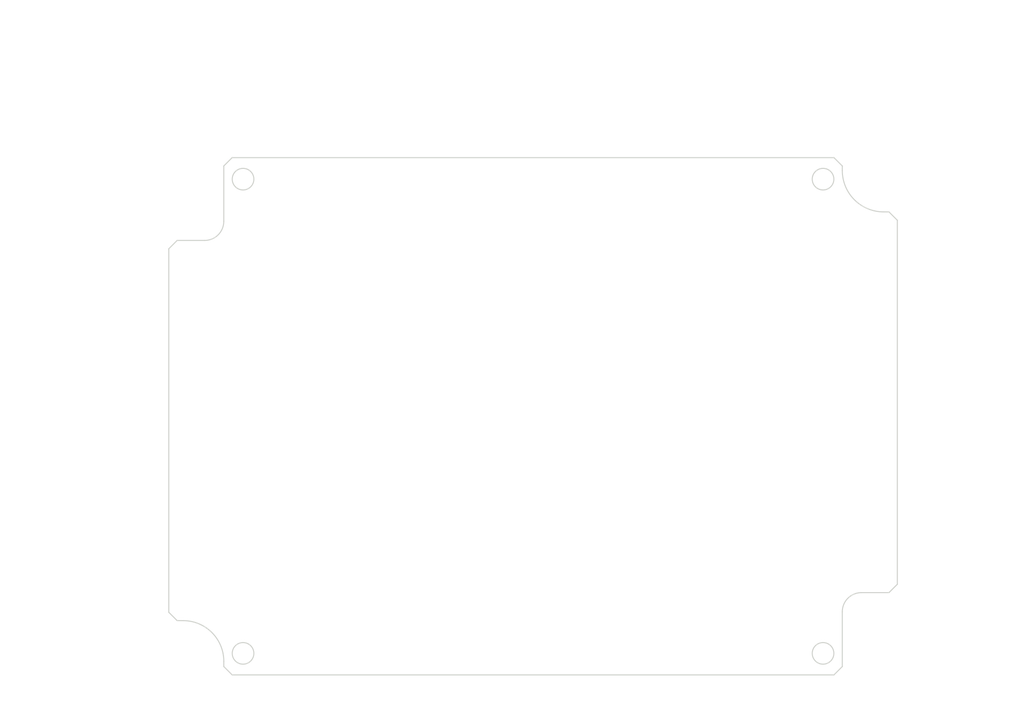
<source format=kicad_pcb>
(kicad_pcb (version 20221018) (generator pcbnew)

  (general
    (thickness 1.6)
  )

  (paper "A4")
  (layers
    (0 "F.Cu" signal)
    (31 "B.Cu" signal)
    (32 "B.Adhes" user "B.Adhesive")
    (33 "F.Adhes" user "F.Adhesive")
    (34 "B.Paste" user)
    (35 "F.Paste" user)
    (36 "B.SilkS" user "B.Silkscreen")
    (37 "F.SilkS" user "F.Silkscreen")
    (38 "B.Mask" user)
    (39 "F.Mask" user)
    (40 "Dwgs.User" user "User.Drawings")
    (41 "Cmts.User" user "User.Comments")
    (42 "Eco1.User" user "User.Eco1")
    (43 "Eco2.User" user "User.Eco2")
    (44 "Edge.Cuts" user)
    (45 "Margin" user)
    (46 "B.CrtYd" user "B.Courtyard")
    (47 "F.CrtYd" user "F.Courtyard")
    (48 "B.Fab" user)
    (49 "F.Fab" user)
  )

  (setup
    (pad_to_mask_clearance 0.051)
    (solder_mask_min_width 0.25)
    (pcbplotparams
      (layerselection 0x00010fc_ffffffff)
      (plot_on_all_layers_selection 0x0000000_00000000)
      (disableapertmacros false)
      (usegerberextensions false)
      (usegerberattributes false)
      (usegerberadvancedattributes false)
      (creategerberjobfile false)
      (dashed_line_dash_ratio 12.000000)
      (dashed_line_gap_ratio 3.000000)
      (svgprecision 4)
      (plotframeref false)
      (viasonmask false)
      (mode 1)
      (useauxorigin false)
      (hpglpennumber 1)
      (hpglpenspeed 20)
      (hpglpendiameter 15.000000)
      (dxfpolygonmode true)
      (dxfimperialunits true)
      (dxfusepcbnewfont true)
      (psnegative false)
      (psa4output false)
      (plotreference true)
      (plotvalue true)
      (plotinvisibletext false)
      (sketchpadsonfab false)
      (subtractmaskfromsilk false)
      (outputformat 1)
      (mirror false)
      (drillshape 1)
      (scaleselection 1)
      (outputdirectory "")
    )
  )

  (net 0 "")

  (gr_line (start 218.470654 29.680842) (end 146.455848 29.680842)
    (stroke (width 0.2) (type solid)) (layer "Dwgs.User") (tstamp 007b095c-7e97-49b3-8cfc-a434a210ecca))
  (gr_line (start 218.878498 145.369541) (end 216.878498 145.369541)
    (stroke (width 0.2) (type solid)) (layer "Dwgs.User") (tstamp 0369ce4c-c2c3-45ff-8815-eda18e462d13))
  (gr_line (start 97.384 60.410001) (end 119.640254 60.410001)
    (stroke (width 0.2) (type solid)) (layer "Dwgs.User") (tstamp 058ff96e-c380-4f45-ad22-7296cfa88814))
  (gr_line (start 220.470654 67.210846) (end 220.470654 26.505842)
    (stroke (width 0.2) (type solid)) (layer "Dwgs.User") (tstamp 07781968-76d7-4b00-a49e-31c170e63d31))
  (gr_line (start 84.297345 29.680842) (end 137.040022 29.680842)
    (stroke (width 0.2) (type solid)) (layer "Dwgs.User") (tstamp 1af653c6-6a8f-4620-a85e-79754f546e8b))
  (gr_line (start 94.726864 35.910846) (end 152.075578 35.910846)
    (stroke (width 0.2) (type solid)) (layer "Dwgs.User") (tstamp 1c4fe1a0-c20f-45e1-bc42-11866ed4ced6))
  (gr_line (start 93.319109 154.496655) (end 51.139364 154.496655)
    (stroke (width 0.2) (type solid)) (layer "Dwgs.User") (tstamp 22c29efd-14bd-4ea5-a334-7802dcff93e5))
  (gr_line (start 211.507797 154.872976) (end 209.24264 153.702905)
    (stroke (width 0.2) (type solid)) (layer "Dwgs.User") (tstamp 2c10cb6c-5937-4695-9954-7950348cc70c))
  (gr_line (start 93.314364 56.323346) (end 64.596203 56.323346)
    (stroke (width 0.2) (type solid)) (layer "Dwgs.User") (tstamp 2f1d8bc8-98b8-432a-a339-ee56fe3dac66))
  (gr_line (start 206.384 59.410001) (end 206.384 40.148923)
    (stroke (width 0.2) (type solid)) (layer "Dwgs.User") (tstamp 3bfe7666-50c2-4088-86f8-ba282cda233a))
  (gr_line (start 98.383999 43.323923) (end 139.224338 43.323923)
    (stroke (width 0.2) (type solid)) (layer "Dwgs.User") (tstamp 3faaa45d-1d34-4e67-834d-f2b57d56a421))
  (gr_line (start 210.03639 56.910846) (end 210.03639 32.735846)
    (stroke (width 0.2) (type solid)) (layer "Dwgs.User") (tstamp 42194010-9439-424b-b869-beb807d4ba8b))
  (gr_line (start 54.314364 152.496655) (end 54.314364 108.967436)
    (stroke (width 0.2) (type solid)) (layer "Dwgs.User") (tstamp 44415fa4-d483-479e-838e-4a8b3e8557ff))
  (gr_line (start 116.465254 49.312017) (end 118.465254 49.312017)
    (stroke (width 0.2) (type solid)) (layer "Dwgs.User") (tstamp 45b7d29c-da9d-4404-a891-678045cf0153))
  (gr_line (start 67.687948 74.03764) (end 67.687948 108.600193)
    (stroke (width 0.2) (type solid)) (layer "Dwgs.User") (tstamp 49cab2c5-5e98-4fd7-a693-b8760c9c46f2))
  (gr_line (start 211.195662 155.26358) (end 209.24264 153.702905)
    (stroke (width 0.2) (type solid)) (layer "Dwgs.User") (tstamp 4c802c35-2781-4167-8634-e9a19845c21b))
  (gr_line (start 67.771203 58.323346) (end 67.771203 60.623058)
    (stroke (width 0.2) (type solid)) (layer "Dwgs.User") (tstamp 549f8b91-e4ac-467e-8a00-8ab609edfafb))
  (gr_line (start 216.878498 145.369541) (end 212.447937 141.428183)
    (stroke (width 0.2) (type solid)) (layer "Dwgs.User") (tstamp 55d41c68-ee89-49d2-91c8-173d4cf2b62b))
  (gr_line (start 54.314364 58.323346) (end 54.314364 101.852565)
    (stroke (width 0.2) (type solid)) (layer "Dwgs.User") (tstamp 5be57e52-51fb-46ff-9164-213320ed22bc))
  (gr_line (start 211.195662 155.26358) (end 214.81596 158.156588)
    (stroke (width 0.2) (type solid)) (layer "Dwgs.User") (tstamp 5f62e3ec-5947-4d8b-8bea-b59b5ab12fbf))
  (gr_line (start 235.658969 62.410001) (end 235.658969 101.852565)
    (stroke (width 0.2) (type solid)) (layer "Dwgs.User") (tstamp 674f5b55-1fbb-4a34-9384-cc5f0305e033))
  (gr_line (start 106.825448 72.78985) (end 104.825448 72.78985)
    (stroke (width 0.2) (type solid)) (layer "Dwgs.User") (tstamp 676404df-a7ed-4f79-8673-419e4e384688))
  (gr_line (start 96.294 60.410001) (end 96.474 60.410001)
    (stroke (width 0.2) (type solid)) (layer "Dwgs.User") (tstamp 6cf40cdf-e1b7-4e2f-a264-4e2af65b0513))
  (gr_line (start 210.883527 155.654185) (end 211.507797 154.872976)
    (stroke (width 0.2) (type solid)) (layer "Dwgs.User") (tstamp 741e9c09-6998-48bd-9acc-9fa6af33cacd))
  (gr_line (start 211.507799 154.872976) (end 209.242631 153.702904)
    (stroke (width 0.2) (type solid)) (layer "Dwgs.User") (tstamp 77d726b6-18b3-4400-a7f1-f61741b94824))
  (gr_line (start 92.726864 56.910846) (end 92.726864 42.371571)
    (stroke (width 0.2) (type solid)) (layer "Dwgs.User") (tstamp 78c61bbe-14c3-478e-9d8c-9b36c2cd5819))
  (gr_line (start 235.658969 148.410001) (end 235.658969 108.967436)
    (stroke (width 0.2) (type solid)) (layer "Dwgs.User") (tstamp 7c982991-e4b7-4374-b610-dbbe21d62938))
  (gr_line (start 82.297345 45.546571) (end 79.772721 45.546571)
    (stroke (width 0.2) (type solid)) (layer "Dwgs.User") (tstamp 80ceb104-32e7-499b-839b-eb433ed11ed7))
  (gr_line (start 92.726864 56.910846) (end 92.726864 32.735846)
    (stroke (width 0.2) (type solid)) (layer "Dwgs.User") (tstamp 907e3dd5-4243-4f2f-9f97-1d75e146308d))
  (gr_line (start 67.771203 70.03764) (end 67.771203 67.737928)
    (stroke (width 0.2) (type solid)) (layer "Dwgs.User") (tstamp 93c8f594-cf3b-428e-a049-7e8c80396ee5))
  (gr_line (start 210.883523 155.654183) (end 211.507799 154.872976)
    (stroke (width 0.2) (type solid)) (layer "Dwgs.User") (tstamp 973b4dd4-457d-43bb-8733-87c425bb83ae))
  (gr_line (start 207.384 60.410001) (end 238.833969 60.410001)
    (stroke (width 0.2) (type solid)) (layer "Dwgs.User") (tstamp 98b68c54-6b89-4af6-b1a6-80b2b320f9cb))
  (gr_line (start 94.384 82.107042) (end 84.297345 82.107042)
    (stroke (width 0.2) (type solid)) (layer "Dwgs.User") (tstamp 9cf362ee-88b8-4ecd-8c5d-54eadaf817d0))
  (gr_line (start 208.03639 35.910846) (end 161.163232 35.910846)
    (stroke (width 0.2) (type solid)) (layer "Dwgs.User") (tstamp a3957066-1a0b-4d30-b13b-27feaa4469b7))
  (gr_line (start 82.297345 72.62514) (end 82.297345 26.505842)
    (stroke (width 0.2) (type solid)) (layer "Dwgs.User") (tstamp a8add56b-ae97-438f-8de9-c4bc07e256a2))
  (gr_line (start 82.297345 82.107042) (end 80.297345 82.107042)
    (stroke (width 0.2) (type solid)) (layer "Dwgs.User") (tstamp ae8de4fc-892a-40cf-8db0-52961e9c0858))
  (gr_line (start 67.687948 142.196655) (end 67.687948 115.715063)
    (stroke (width 0.2) (type solid)) (layer "Dwgs.User") (tstamp b0f796e1-68b2-46af-8861-21507a14c4a4))
  (gr_line (start 116.465254 62.410001) (end 116.465254 64.410001)
    (stroke (width 0.2) (type solid)) (layer "Dwgs.User") (tstamp b18e0b6e-dff2-49d3-9939-8e1aa1966a4b))
  (gr_line (start 82.884845 144.196655) (end 64.512948 144.196655)
    (stroke (width 0.2) (type solid)) (layer "Dwgs.User") (tstamp b74de682-fe71-4fc5-9166-fd95325a9958))
  (gr_line (start 90.726864 45.546571) (end 84.297345 45.546571)
    (stroke (width 0.2) (type solid)) (layer "Dwgs.User") (tstamp b7b3d762-087d-4610-a60b-96fabd848479))
  (gr_line (start 116.465254 54.323346) (end 116.465254 49.312017)
    (stroke (width 0.2) (type solid)) (layer "Dwgs.User") (tstamp b84b0017-854b-4803-b418-4ef7648551d0))
  (gr_line (start 209.24264 153.702905) (end 210.883527 155.654185)
    (stroke (width 0.2) (type solid)) (layer "Dwgs.User") (tstamp b9b18d80-fa66-4045-a356-2a6f6b457f73))
  (gr_line (start 209.242631 153.702904) (end 210.883523 155.654183)
    (stroke (width 0.2) (type solid)) (layer "Dwgs.User") (tstamp be1cd76c-c3ec-4e8d-ad40-fe79cc9ce703))
  (gr_line (start 96.384 60.500001) (end 96.384 60.320001)
    (stroke (width 0.2) (type solid)) (layer "Dwgs.User") (tstamp bef980fb-1079-473f-ac2a-a473cd7244da))
  (gr_line (start 207.384 150.410001) (end 238.833969 150.410001)
    (stroke (width 0.2) (type solid)) (layer "Dwgs.User") (tstamp c3c24c19-dbf9-4c70-a2c5-de17ca74ae8a))
  (gr_line (start 82.884845 72.03764) (end 64.596203 72.03764)
    (stroke (width 0.2) (type solid)) (layer "Dwgs.User") (tstamp d4099ee1-a262-4e29-a0db-cba381e969d0))
  (gr_line (start 96.384 61.410001) (end 96.384 85.282042)
    (stroke (width 0.2) (type solid)) (layer "Dwgs.User") (tstamp d45e7fcf-65b4-4df3-8296-e06b0df1c76d))
  (gr_line (start 82.297345 72.62514) (end 82.297345 42.371571)
    (stroke (width 0.2) (type solid)) (layer "Dwgs.User") (tstamp dd15b23c-d313-44af-a3aa-05c50ca8a828))
  (gr_line (start 93.314364 56.323346) (end 51.139364 56.323346)
    (stroke (width 0.2) (type solid)) (layer "Dwgs.User") (tstamp e24d7058-adf3-42ff-abab-030ecedd542d))
  (gr_line (start 104.825448 72.78985) (end 98.665632 63.75614)
    (stroke (width 0.2) (type solid)) (layer "Dwgs.User") (tstamp e3cdf21c-b984-4e0e-9a66-a9b08fdbc6e6))
  (gr_line (start 96.384 59.410001) (end 96.384 40.148923)
    (stroke (width 0.2) (type solid)) (layer "Dwgs.User") (tstamp efde947b-bb0c-4f3e-b0e8-5f19537639bc))
  (gr_line (start 214.81596 158.156588) (end 217.31596 158.156588)
    (stroke (width 0.2) (type solid)) (layer "Dwgs.User") (tstamp f3fa43e4-e576-4db0-8b4a-6d4ce31d00bd))
  (gr_line (start 204.384 43.323923) (end 148.634365 43.323923)
    (stroke (width 0.2) (type solid)) (layer "Dwgs.User") (tstamp f7898561-603e-4f34-a3cc-5605f1eea971))
  (gr_line (start 82.884845 72.03764) (end 64.512948 72.03764)
    (stroke (width 0.2) (type solid)) (layer "Dwgs.User") (tstamp f8222348-7bc6-468c-8a52-d3d38cb33aff))
  (gr_arc (start 92.726863 68.410001) (mid 91.664352 70.975129) (end 89.099224 72.03764)
    (stroke (width 0.2) (type solid)) (layer "Edge.Cuts") (tstamp 1ebd10d1-cee4-4139-9505-b26907f4763f))
  (gr_line (start 94.314364 56.323346) (end 92.726864 57.910846)
    (stroke (width 0.2) (type solid)) (layer "Edge.Cuts") (tstamp 21bea36d-ed6d-4813-b5d4-995473ba3c7b))
  (gr_line (start 83.884845 144.196655) (end 85.018264 144.196655)
    (stroke (width 0.2) (type solid)) (layer "Edge.Cuts") (tstamp 27fc84c5-5d0d-4673-94ef-003837f5e751))
  (gr_line (start 208.44889 154.496655) (end 210.03639 152.909155)
    (stroke (width 0.2) (type solid)) (layer "Edge.Cuts") (tstamp 2b66d803-bc5d-4d94-80b0-4112987b254b))
  (gr_line (start 218.883154 138.882361) (end 220.470654 137.294861)
    (stroke (width 0.2) (type solid)) (layer "Edge.Cuts") (tstamp 32cb1a04-ed6c-4e22-a3fb-22a823bd9613))
  (gr_line (start 94.319109 154.496655) (end 208.44889 154.496655)
    (stroke (width 0.2) (type solid)) (layer "Edge.Cuts") (tstamp 3bcf6d38-e493-4210-84dd-177ef107bb35))
  (gr_line (start 220.470654 68.210846) (end 218.883154 66.623346)
    (stroke (width 0.2) (type solid)) (layer "Edge.Cuts") (tstamp 3ca75243-53fa-485f-b44d-6ca495701744))
  (gr_line (start 92.731609 152.909155) (end 94.319109 154.496655)
    (stroke (width 0.2) (type solid)) (layer "Edge.Cuts") (tstamp 4d6151bf-7256-4913-bec1-2d7185a90772))
  (gr_circle (center 96.383999 60.410001) (end 98.433999 60.410001)
    (stroke (width 0.2) (type solid)) (fill none) (layer "Edge.Cuts") (tstamp 52f7d1dc-fa07-4a26-9a7a-757858c00c8d))
  (gr_line (start 92.726864 57.910846) (end 92.726864 68.410001)
    (stroke (width 0.2) (type solid)) (layer "Edge.Cuts") (tstamp 5312c2dc-f967-4358-b7db-a6a5697c8289))
  (gr_line (start 82.297345 142.609155) (end 83.884845 144.196655)
    (stroke (width 0.2) (type solid)) (layer "Edge.Cuts") (tstamp 58914942-3ce1-4c76-87c0-f723525fdd41))
  (gr_arc (start 217.884 66.623346) (mid 212.334902 64.324834) (end 210.03639 58.775736)
    (stroke (width 0.2) (type solid)) (layer "Edge.Cuts") (tstamp 5e17bf18-137f-471a-8a68-5a2581537cc4))
  (gr_line (start 83.884845 72.03764) (end 82.297345 73.62514)
    (stroke (width 0.2) (type solid)) (layer "Edge.Cuts") (tstamp 60677fd7-45ec-43f1-8cdf-73526559859e))
  (gr_arc (start 210.03639 142.510001) (mid 211.098901 139.944872) (end 213.66403 138.882361)
    (stroke (width 0.2) (type solid)) (layer "Edge.Cuts") (tstamp 6774239b-6abb-476a-8d01-74657ace5387))
  (gr_line (start 210.03639 152.909155) (end 210.03639 142.510001)
    (stroke (width 0.2) (type solid)) (layer "Edge.Cuts") (tstamp 69c76ed3-df0a-48e1-91e1-8e344ef46b76))
  (gr_line (start 89.099224 72.03764) (end 83.884845 72.03764)
    (stroke (width 0.2) (type solid)) (layer "Edge.Cuts") (tstamp 6b30e2c2-6982-493b-aa08-508945039fd9))
  (gr_line (start 210.03639 57.910846) (end 208.44889 56.323346)
    (stroke (width 0.2) (type solid)) (layer "Edge.Cuts") (tstamp 75c4c6e4-5e0a-42d2-a85a-9583f77399bb))
  (gr_circle (center 206.384 60.410001) (end 208.434 60.410001)
    (stroke (width 0.2) (type solid)) (fill none) (layer "Edge.Cuts") (tstamp 93e95a37-d199-4de7-a7a7-6e5bad23b1e2))
  (gr_line (start 213.66403 138.882361) (end 218.883154 138.882361)
    (stroke (width 0.2) (type solid)) (layer "Edge.Cuts") (tstamp 9c728dd0-eb4c-4485-bed3-e7a8e255a836))
  (gr_arc (start 85.018264 144.196656) (mid 90.472423 146.455842) (end 92.731609 151.910001)
    (stroke (width 0.2) (type solid)) (layer "Edge.Cuts") (tstamp a2bd930d-e81a-4b05-99b6-0259b2bb36db))
  (gr_circle (center 96.383999 150.410001) (end 98.433999 150.410001)
    (stroke (width 0.2) (type solid)) (fill none) (layer "Edge.Cuts") (tstamp ab8de451-31b5-43ef-a21e-fcef7301c27c))
  (gr_line (start 218.883154 66.623346) (end 217.884 66.623346)
    (stroke (width 0.2) (type solid)) (layer "Edge.Cuts") (tstamp cba284cd-1c82-4bbe-8843-9bf8c113cd42))
  (gr_line (start 92.731609 151.910001) (end 92.731609 152.909155)
    (stroke (width 0.2) (type solid)) (layer "Edge.Cuts") (tstamp cfd24c0b-993b-4727-a632-df3285347b13))
  (gr_line (start 82.297345 73.62514) (end 82.297345 142.609155)
    (stroke (width 0.2) (type solid)) (layer "Edge.Cuts") (tstamp d4eeb47e-8f46-4e5b-bf4f-2c519438486d))
  (gr_circle (center 206.383999 150.410001) (end 208.433999 150.410001)
    (stroke (width 0.2) (type solid)) (fill none) (layer "Edge.Cuts") (tstamp d88ba2ca-1efa-4cbf-8dd0-c1d8c7f42eef))
  (gr_line (start 210.03639 58.775736) (end 210.03639 57.910846)
    (stroke (width 0.2) (type solid)) (layer "Edge.Cuts") (tstamp e0d9b70c-5f2b-4e49-99c2-c603d97eb590))
  (gr_line (start 220.470654 137.294861) (end 220.470654 68.210846)
    (stroke (width 0.2) (type solid)) (layer "Edge.Cuts") (tstamp f1b203a6-36dd-49fc-a670-50a6edd23f8e))
  (gr_line (start 208.44889 56.323346) (end 94.314364 56.323346)
    (stroke (width 0.2) (type solid)) (layer "Edge.Cuts") (tstamp fc08a20d-5430-4f78-9115-922299e84558))
  (gr_text "[4.33]" (at 143.929352 45.213384) (layer "Dwgs.User") (tstamp 00fee7f6-f36f-43c4-a970-01dadbaa29d9)
    (effects (font (size 1.7 1.53) (thickness 0.2125)))
  )
  (gr_text "[.16]" (at 121.854102 51.201479) (layer "Dwgs.User") (tstamp 0920b4f7-6530-416c-8068-478f806bdfa4)
    (effects (font (size 1.7 1.53) (thickness 0.2125)))
  )
  (gr_text "[3.87]" (at 54.314364 107.299462) (layer "Dwgs.User") (tstamp 27b5868a-e276-4401-866c-af93236ccb85)
    (effects (font (size 1.7 1.53) (thickness 0.2125)))
  )
  (gr_text "[2.84]" (at 67.687948 114.047089) (layer "Dwgs.User") (tstamp 388502c2-4509-4b51-8977-709b8477dc91)
    (effects (font (size 1.7 1.53) (thickness 0.2125)))
  )
  (gr_text " 14.09" (at 76.248095 80.439068) (layer "Dwgs.User") (tstamp 3948a31d-8c3b-470f-b031-4fa897ab11ed)
    (effects (font (size 1.7 1.53) (thickness 0.2125)))
  )
  (gr_text "[.62]" (at 67.771203 66.069954) (layer "Dwgs.User") (tstamp 3f39ec48-b106-4bfb-b1eb-ec240916a452)
    (effects (font (size 1.7 1.53) (thickness 0.2125)))
  )
  (gr_text " 15.71" (at 67.771203 62.512519) (layer "Dwgs.User") (tstamp 400c49e4-ac94-414e-a877-ff75cf44ac16)
    (effects (font (size 1.7 1.53) (thickness 0.2125)))
  )
  (gr_text " 110.00" (at 143.929352 41.655949) (layer "Dwgs.User") (tstamp 55aaf278-a273-433d-b3ae-e71a2594814b)
    (effects (font (size 1.7 1.53) (thickness 0.2125)))
  )
  (gr_text " 10.43" (at 75.72521 43.878017) (layer "Dwgs.User") (tstamp 617323dc-1fcb-4bbc-8fb2-0dbaa6477aaa)
    (effects (font (size 1.7 1.53) (thickness 0.2125)))
  )
  (gr_text " 138.17" (at 141.747935 28.012288) (layer "Dwgs.User") (tstamp 61cd1e37-9242-42b4-b74f-ce6916732b70)
    (effects (font (size 1.7 1.53) (thickness 0.2125)))
  )
  (gr_text "[R0.14]" (at 223.349269 147.259002) (layer "Dwgs.User") (tstamp 65da4c6a-d39a-4b49-b1e2-013d1c1e4927)
    (effects (font (size 1.7 1.53) (thickness 0.2125)))
  )
  (gr_text "[4.62]" (at 156.619405 37.800307) (layer "Dwgs.User") (tstamp 696fc14b-75c0-4b24-b6ad-c978b1fbf130)
    (effects (font (size 1.7 1.53) (thickness 0.2125)))
  )
  (gr_text "[.55]" (at 76.248095 83.993024) (layer "Dwgs.User") (tstamp 9135ffe4-70c1-4977-8b0b-60771f30b50c)
    (effects (font (size 1.7 1.53) (thickness 0.2125)))
  )
  (gr_text " 72.16" (at 67.687948 110.489654) (layer "Dwgs.User") (tstamp 96b469a1-b20d-4d43-88a5-e33c44d4b3e5)
    (effects (font (size 1.7 1.53) (thickness 0.2125)))
  )
  (gr_text "[.41]" (at 75.72521 47.436032) (layer "Dwgs.User") (tstamp a6282f12-7763-44c0-acbd-69861ca8922e)
    (effects (font (size 1.7 1.53) (thickness 0.2125)))
  )
  (gr_text " 4.09" (at 121.854102 47.644043) (layer "Dwgs.User") (tstamp a7b92b27-e382-4775-8497-d2fbdbcf6803)
    (effects (font (size 1.7 1.53) (thickness 0.2125)))
  )
  (gr_text " ∅4.10\n[∅0.16]" (at 111.362317 72.78985) (layer "Dwgs.User") (tstamp b64b8b0a-53c0-4134-b58e-187bad0ddbb7)
    (effects (font (size 1.7 1.53) (thickness 0.2125)))
  )
  (gr_text " 117.31" (at 156.619405 34.242292) (layer "Dwgs.User") (tstamp bae06cbe-9676-47fd-9cb0-d33d1f7f2d49)
    (effects (font (size 1.7 1.53) (thickness 0.2125)))
  )
  (gr_text "[3.54]" (at 235.658969 107.299462) (layer "Dwgs.User") (tstamp bb4e1c01-d3d9-4833-9154-7952958936e4)
    (effects (font (size 1.7 1.53) (thickness 0.2125)))
  )
  (gr_text " 98.17" (at 54.314364 103.742026) (layer "Dwgs.User") (tstamp c3fb2661-993a-493c-9a83-74531987f64f)
    (effects (font (size 1.7 1.53) (thickness 0.2125)))
  )
  (gr_text " 90.00" (at 235.658969 103.742026) (layer "Dwgs.User") (tstamp c8e6fc3a-c07f-4d8c-90a9-9d0c6c90e07e)
    (effects (font (size 1.7 1.53) (thickness 0.2125)))
  )
  (gr_text " R3.63" (at 223.349269 143.700987) (layer "Dwgs.User") (tstamp db89797b-a505-4ccb-844e-7ab7ddfb9282)
    (effects (font (size 1.7 1.53) (thickness 0.2125)))
  )
  (gr_text "[5.44]" (at 141.747935 31.566824) (layer "Dwgs.User") (tstamp dde668d4-f79c-4bcf-a642-853abac7f351)
    (effects (font (size 1.7 1.53) (thickness 0.2125)))
  )
  (gr_text "1.59 X 45.0° Chamfer" (at 218.386601 159.035742) (layer "Dwgs.User") (tstamp f5654bd6-3684-49fe-bf6c-519dcec16dd3)
    (effects (font (size 1.7 1.53) (thickness 0.2125)) (justify left bottom))
  )

)

</source>
